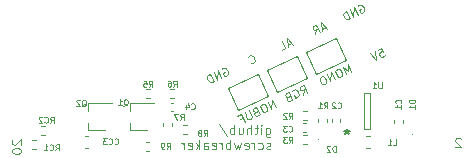
<source format=gbr>
%TF.GenerationSoftware,KiCad,Pcbnew,6.0.11-2627ca5db0~126~ubuntu20.04.1*%
%TF.CreationDate,2023-08-10T10:55:21+02:00*%
%TF.ProjectId,ScartPCB,53636172-7450-4434-922e-6b696361645f,2.0*%
%TF.SameCoordinates,PX76bb820PY7641700*%
%TF.FileFunction,Legend,Bot*%
%TF.FilePolarity,Positive*%
%FSLAX46Y46*%
G04 Gerber Fmt 4.6, Leading zero omitted, Abs format (unit mm)*
G04 Created by KiCad (PCBNEW 6.0.11-2627ca5db0~126~ubuntu20.04.1) date 2023-08-10 10:55:21*
%MOMM*%
%LPD*%
G01*
G04 APERTURE LIST*
%ADD10C,0.100000*%
%ADD11C,0.150000*%
%ADD12C,0.120000*%
G04 APERTURE END LIST*
D10*
X487095Y6093124D02*
X449000Y6055029D01*
X410904Y5978839D01*
X410904Y5788362D01*
X449000Y5712172D01*
X487095Y5674077D01*
X563285Y5635981D01*
X639476Y5635981D01*
X753761Y5674077D01*
X1210904Y6131220D01*
X1210904Y5635981D01*
X410904Y5140743D02*
X410904Y5064553D01*
X449000Y4988362D01*
X487095Y4950267D01*
X563285Y4912172D01*
X715666Y4874077D01*
X906142Y4874077D01*
X1058523Y4912172D01*
X1134714Y4950267D01*
X1172809Y4988362D01*
X1210904Y5064553D01*
X1210904Y5140743D01*
X1172809Y5216934D01*
X1134714Y5255029D01*
X1058523Y5293124D01*
X906142Y5331220D01*
X715666Y5331220D01*
X563285Y5293124D01*
X487095Y5255029D01*
X449000Y5216934D01*
X410904Y5140743D01*
X21916866Y7061029D02*
X21916866Y6413410D01*
X21954961Y6337220D01*
X21993057Y6299124D01*
X22069247Y6261029D01*
X22183533Y6261029D01*
X22259723Y6299124D01*
X21916866Y6565791D02*
X21993057Y6527696D01*
X22145438Y6527696D01*
X22221628Y6565791D01*
X22259723Y6603886D01*
X22297819Y6680077D01*
X22297819Y6908648D01*
X22259723Y6984839D01*
X22221628Y7022934D01*
X22145438Y7061029D01*
X21993057Y7061029D01*
X21916866Y7022934D01*
X21535914Y6527696D02*
X21535914Y7061029D01*
X21535914Y7327696D02*
X21574009Y7289600D01*
X21535914Y7251505D01*
X21497819Y7289600D01*
X21535914Y7327696D01*
X21535914Y7251505D01*
X21269247Y7061029D02*
X20964485Y7061029D01*
X21154961Y7327696D02*
X21154961Y6641981D01*
X21116866Y6565791D01*
X21040676Y6527696D01*
X20964485Y6527696D01*
X20697819Y6527696D02*
X20697819Y7327696D01*
X20354961Y6527696D02*
X20354961Y6946743D01*
X20393057Y7022934D01*
X20469247Y7061029D01*
X20583533Y7061029D01*
X20659723Y7022934D01*
X20697819Y6984839D01*
X19631152Y7061029D02*
X19631152Y6527696D01*
X19974009Y7061029D02*
X19974009Y6641981D01*
X19935914Y6565791D01*
X19859723Y6527696D01*
X19745438Y6527696D01*
X19669247Y6565791D01*
X19631152Y6603886D01*
X19250200Y6527696D02*
X19250200Y7327696D01*
X19250200Y7022934D02*
X19174009Y7061029D01*
X19021628Y7061029D01*
X18945438Y7022934D01*
X18907342Y6984839D01*
X18869247Y6908648D01*
X18869247Y6680077D01*
X18907342Y6603886D01*
X18945438Y6565791D01*
X19021628Y6527696D01*
X19174009Y6527696D01*
X19250200Y6565791D01*
X17954961Y7365791D02*
X18640676Y6337220D01*
X22297819Y5277791D02*
X22221628Y5239696D01*
X22069247Y5239696D01*
X21993057Y5277791D01*
X21954961Y5353981D01*
X21954961Y5392077D01*
X21993057Y5468267D01*
X22069247Y5506362D01*
X22183533Y5506362D01*
X22259723Y5544458D01*
X22297819Y5620648D01*
X22297819Y5658743D01*
X22259723Y5734934D01*
X22183533Y5773029D01*
X22069247Y5773029D01*
X21993057Y5734934D01*
X21269247Y5277791D02*
X21345438Y5239696D01*
X21497819Y5239696D01*
X21574009Y5277791D01*
X21612104Y5315886D01*
X21650200Y5392077D01*
X21650200Y5620648D01*
X21612104Y5696839D01*
X21574009Y5734934D01*
X21497819Y5773029D01*
X21345438Y5773029D01*
X21269247Y5734934D01*
X20926390Y5239696D02*
X20926390Y5773029D01*
X20926390Y5620648D02*
X20888295Y5696839D01*
X20850200Y5734934D01*
X20774009Y5773029D01*
X20697819Y5773029D01*
X20126390Y5277791D02*
X20202580Y5239696D01*
X20354961Y5239696D01*
X20431152Y5277791D01*
X20469247Y5353981D01*
X20469247Y5658743D01*
X20431152Y5734934D01*
X20354961Y5773029D01*
X20202580Y5773029D01*
X20126390Y5734934D01*
X20088295Y5658743D01*
X20088295Y5582553D01*
X20469247Y5506362D01*
X19821628Y5773029D02*
X19669247Y5239696D01*
X19516866Y5620648D01*
X19364485Y5239696D01*
X19212104Y5773029D01*
X18907342Y5239696D02*
X18907342Y6039696D01*
X18907342Y5734934D02*
X18831152Y5773029D01*
X18678771Y5773029D01*
X18602580Y5734934D01*
X18564485Y5696839D01*
X18526390Y5620648D01*
X18526390Y5392077D01*
X18564485Y5315886D01*
X18602580Y5277791D01*
X18678771Y5239696D01*
X18831152Y5239696D01*
X18907342Y5277791D01*
X18183533Y5239696D02*
X18183533Y5773029D01*
X18183533Y5620648D02*
X18145438Y5696839D01*
X18107342Y5734934D01*
X18031152Y5773029D01*
X17954961Y5773029D01*
X17383533Y5277791D02*
X17459723Y5239696D01*
X17612104Y5239696D01*
X17688295Y5277791D01*
X17726390Y5353981D01*
X17726390Y5658743D01*
X17688295Y5734934D01*
X17612104Y5773029D01*
X17459723Y5773029D01*
X17383533Y5734934D01*
X17345438Y5658743D01*
X17345438Y5582553D01*
X17726390Y5506362D01*
X16659723Y5239696D02*
X16659723Y5658743D01*
X16697819Y5734934D01*
X16774009Y5773029D01*
X16926390Y5773029D01*
X17002580Y5734934D01*
X16659723Y5277791D02*
X16735914Y5239696D01*
X16926390Y5239696D01*
X17002580Y5277791D01*
X17040676Y5353981D01*
X17040676Y5430172D01*
X17002580Y5506362D01*
X16926390Y5544458D01*
X16735914Y5544458D01*
X16659723Y5582553D01*
X16278771Y5239696D02*
X16278771Y6039696D01*
X16202580Y5544458D02*
X15974009Y5239696D01*
X15974009Y5773029D02*
X16278771Y5468267D01*
X15326390Y5277791D02*
X15402580Y5239696D01*
X15554961Y5239696D01*
X15631152Y5277791D01*
X15669247Y5353981D01*
X15669247Y5658743D01*
X15631152Y5734934D01*
X15554961Y5773029D01*
X15402580Y5773029D01*
X15326390Y5734934D01*
X15288295Y5658743D01*
X15288295Y5582553D01*
X15669247Y5506362D01*
X14945438Y5239696D02*
X14945438Y5773029D01*
X14945438Y5620648D02*
X14907342Y5696839D01*
X14869247Y5734934D01*
X14793057Y5773029D01*
X14716866Y5773029D01*
X22737816Y8812149D02*
X22441983Y9446564D01*
X22375293Y8643101D01*
X22079460Y9277517D01*
X21656516Y9080295D02*
X21535675Y9023946D01*
X21489342Y8965561D01*
X21457096Y8876966D01*
X21483235Y8742038D01*
X21581846Y8530566D01*
X21668405Y8423812D01*
X21757000Y8391566D01*
X21831508Y8389530D01*
X21952349Y8445879D01*
X21998682Y8504264D01*
X22030928Y8592859D01*
X22004790Y8727788D01*
X21906179Y8939259D01*
X21819619Y9046013D01*
X21731024Y9078259D01*
X21656516Y9080295D01*
X21042133Y8426010D02*
X20965589Y8353538D01*
X20949466Y8309241D01*
X20947430Y8234733D01*
X20989692Y8144102D01*
X21048077Y8097769D01*
X21092375Y8081646D01*
X21166882Y8079610D01*
X21408565Y8192308D01*
X21112732Y8826724D01*
X20901260Y8728113D01*
X20854927Y8669728D01*
X20838804Y8625431D01*
X20836768Y8550923D01*
X20864943Y8490502D01*
X20923327Y8444169D01*
X20967625Y8428046D01*
X21042133Y8426010D01*
X21253604Y8524621D01*
X20478316Y8530891D02*
X20717800Y8017317D01*
X20715764Y7942809D01*
X20699641Y7898511D01*
X20653308Y7840127D01*
X20532467Y7783778D01*
X20457959Y7785813D01*
X20413662Y7801936D01*
X20355277Y7848269D01*
X20115793Y8361844D01*
X19743092Y7820258D02*
X19954563Y7918869D01*
X20109523Y7586556D02*
X19813691Y8220971D01*
X19511588Y8080098D01*
X31389437Y13659768D02*
X31691539Y13800640D01*
X31862622Y13512625D01*
X31818325Y13528748D01*
X31743817Y13530784D01*
X31592766Y13460347D01*
X31546433Y13401963D01*
X31530310Y13357665D01*
X31528274Y13283157D01*
X31598710Y13132106D01*
X31657095Y13085773D01*
X31701393Y13069650D01*
X31775900Y13067614D01*
X31926952Y13138050D01*
X31973285Y13196435D01*
X31989408Y13240733D01*
X31177965Y13561157D02*
X31262326Y12828130D01*
X30755021Y13363935D01*
X18177047Y12046005D02*
X18223381Y12104389D01*
X18314011Y12146651D01*
X18418729Y12158703D01*
X18507324Y12126457D01*
X18565709Y12080124D01*
X18652269Y11973370D01*
X18694530Y11882739D01*
X18720669Y11747811D01*
X18718634Y11673303D01*
X18686388Y11584708D01*
X18609844Y11512236D01*
X18549424Y11484061D01*
X18444705Y11472010D01*
X18400408Y11488133D01*
X18301797Y11699605D01*
X18422638Y11755954D01*
X18156690Y11300927D02*
X17860857Y11935342D01*
X17794167Y11131879D01*
X17498334Y11766295D01*
X17492064Y10991007D02*
X17196232Y11625422D01*
X17045180Y11554986D01*
X16968637Y11482514D01*
X16936391Y11393919D01*
X16934355Y11319411D01*
X16960494Y11184482D01*
X17002756Y11093852D01*
X17089315Y10987098D01*
X17147700Y10940765D01*
X17236295Y10908519D01*
X17341013Y10920570D01*
X17492064Y10991007D01*
X25042877Y9871269D02*
X25113476Y10271982D01*
X25405400Y10040316D02*
X25109568Y10674731D01*
X24867886Y10562033D01*
X24821552Y10503648D01*
X24805429Y10459351D01*
X24803394Y10384843D01*
X24845656Y10294212D01*
X24904040Y10247879D01*
X24948338Y10231756D01*
X25022846Y10229720D01*
X25264528Y10342418D01*
X24156927Y10193728D02*
X24203260Y10252113D01*
X24293891Y10294375D01*
X24398609Y10306426D01*
X24487204Y10274180D01*
X24545589Y10227847D01*
X24632148Y10121093D01*
X24674410Y10030463D01*
X24700549Y9895534D01*
X24698513Y9821027D01*
X24666267Y9732431D01*
X24589723Y9659959D01*
X24529303Y9631785D01*
X24424585Y9619733D01*
X24380287Y9635856D01*
X24281676Y9847328D01*
X24402517Y9903677D01*
X23770138Y9682352D02*
X23693594Y9609880D01*
X23677471Y9565583D01*
X23675436Y9491075D01*
X23717697Y9400444D01*
X23776082Y9354111D01*
X23820380Y9337988D01*
X23894888Y9335952D01*
X24136570Y9448650D01*
X23840737Y10083066D01*
X23629265Y9984455D01*
X23582932Y9926070D01*
X23566809Y9881772D01*
X23564773Y9807265D01*
X23592948Y9746844D01*
X23651332Y9700511D01*
X23695630Y9684388D01*
X23770138Y9682352D01*
X23981610Y9780963D01*
X29708647Y17380005D02*
X29754981Y17438389D01*
X29845611Y17480651D01*
X29950329Y17492703D01*
X30038924Y17460457D01*
X30097309Y17414124D01*
X30183869Y17307370D01*
X30226130Y17216739D01*
X30252269Y17081811D01*
X30250234Y17007303D01*
X30217988Y16918708D01*
X30141444Y16846236D01*
X30081024Y16818061D01*
X29976305Y16806010D01*
X29932008Y16822133D01*
X29833397Y17033605D01*
X29954238Y17089954D01*
X29688290Y16634927D02*
X29392457Y17269342D01*
X29325767Y16465879D01*
X29029934Y17100295D01*
X29023664Y16325007D02*
X28727832Y16959422D01*
X28576780Y16888986D01*
X28500237Y16816514D01*
X28467991Y16727919D01*
X28465955Y16653411D01*
X28492094Y16518482D01*
X28534356Y16427852D01*
X28620915Y16321098D01*
X28679300Y16274765D01*
X28767895Y16242519D01*
X28872613Y16254570D01*
X29023664Y16325007D01*
X20646487Y12531456D02*
X20690785Y12515333D01*
X20795503Y12527385D01*
X20855923Y12555559D01*
X20932467Y12628031D01*
X20964713Y12716627D01*
X20966749Y12791134D01*
X20940610Y12926063D01*
X20898348Y13016693D01*
X20811789Y13123447D01*
X20753404Y13169780D01*
X20664809Y13202026D01*
X20560091Y13189975D01*
X20499670Y13161800D01*
X20423127Y13089328D01*
X20407004Y13045031D01*
X24064543Y14254843D02*
X23762441Y14113970D01*
X24209488Y14101756D02*
X23702183Y14637560D01*
X23786544Y13904534D01*
X23272970Y13665050D02*
X23575072Y13805923D01*
X23279239Y14440338D01*
X26969764Y15603817D02*
X26667661Y15462945D01*
X27114708Y15450730D02*
X26607404Y15986535D01*
X26691765Y15253508D01*
X26117770Y14985850D02*
X26188369Y15386564D01*
X26480293Y15154898D02*
X26184460Y15789313D01*
X25942778Y15676615D01*
X25896445Y15618230D01*
X25880322Y15573932D01*
X25878286Y15499425D01*
X25920548Y15408794D01*
X25978933Y15362461D01*
X26023230Y15346338D01*
X26097738Y15344302D01*
X26339420Y15457000D01*
X38415571Y6124905D02*
X38377476Y6163000D01*
X38301285Y6201096D01*
X38110809Y6201096D01*
X38034619Y6163000D01*
X37996523Y6124905D01*
X37958428Y6048715D01*
X37958428Y5972524D01*
X37996523Y5858239D01*
X38453666Y5401096D01*
X37958428Y5401096D01*
X29140639Y11805294D02*
X28844806Y12439710D01*
X28844644Y11887945D01*
X28421863Y12242488D01*
X28717695Y11608072D01*
X27998919Y12045266D02*
X27878078Y11988917D01*
X27831745Y11930532D01*
X27799499Y11841937D01*
X27825638Y11707008D01*
X27924248Y11495537D01*
X28010808Y11388783D01*
X28099403Y11356537D01*
X28173911Y11354501D01*
X28294752Y11410850D01*
X28341085Y11469235D01*
X28373331Y11557830D01*
X28347192Y11692759D01*
X28248581Y11904230D01*
X28162022Y12010984D01*
X28073427Y12043230D01*
X27998919Y12045266D01*
X27750967Y11157279D02*
X27455134Y11791695D01*
X27388444Y10988232D01*
X27092611Y11622648D01*
X26669668Y11425426D02*
X26548826Y11369077D01*
X26502493Y11310692D01*
X26470247Y11222097D01*
X26496386Y11087168D01*
X26594997Y10875697D01*
X26681556Y10768943D01*
X26770151Y10736697D01*
X26844659Y10734661D01*
X26965500Y10791010D01*
X27011834Y10849395D01*
X27044080Y10937990D01*
X27017941Y11072918D01*
X26919330Y11284390D01*
X26832770Y11391144D01*
X26744175Y11423390D01*
X26669668Y11425426D01*
%TO.C,C3*%
X23843133Y6778229D02*
X23866942Y6754420D01*
X23938371Y6730610D01*
X23985990Y6730610D01*
X24057419Y6754420D01*
X24105038Y6802039D01*
X24128847Y6849658D01*
X24152657Y6944896D01*
X24152657Y7016324D01*
X24128847Y7111562D01*
X24105038Y7159181D01*
X24057419Y7206800D01*
X23985990Y7230610D01*
X23938371Y7230610D01*
X23866942Y7206800D01*
X23843133Y7182991D01*
X23676466Y7230610D02*
X23366942Y7230610D01*
X23533609Y7040134D01*
X23462180Y7040134D01*
X23414561Y7016324D01*
X23390752Y6992515D01*
X23366942Y6944896D01*
X23366942Y6825848D01*
X23390752Y6778229D01*
X23414561Y6754420D01*
X23462180Y6730610D01*
X23605038Y6730610D01*
X23652657Y6754420D01*
X23676466Y6778229D01*
%TO.C,RC2*%
X3671533Y7492610D02*
X3838200Y7730705D01*
X3957247Y7492610D02*
X3957247Y7992610D01*
X3766771Y7992610D01*
X3719152Y7968800D01*
X3695342Y7944991D01*
X3671533Y7897372D01*
X3671533Y7825943D01*
X3695342Y7778324D01*
X3719152Y7754515D01*
X3766771Y7730705D01*
X3957247Y7730705D01*
X3171533Y7540229D02*
X3195342Y7516420D01*
X3266771Y7492610D01*
X3314390Y7492610D01*
X3385819Y7516420D01*
X3433438Y7564039D01*
X3457247Y7611658D01*
X3481057Y7706896D01*
X3481057Y7778324D01*
X3457247Y7873562D01*
X3433438Y7921181D01*
X3385819Y7968800D01*
X3314390Y7992610D01*
X3266771Y7992610D01*
X3195342Y7968800D01*
X3171533Y7944991D01*
X2981057Y7944991D02*
X2957247Y7968800D01*
X2909628Y7992610D01*
X2790580Y7992610D01*
X2742961Y7968800D01*
X2719152Y7944991D01*
X2695342Y7897372D01*
X2695342Y7849753D01*
X2719152Y7778324D01*
X3004866Y7492610D01*
X2695342Y7492610D01*
%TO.C,L1*%
X32682333Y5597811D02*
X32920428Y5597811D01*
X32920428Y6097811D01*
X32253761Y5597811D02*
X32539476Y5597811D01*
X32396619Y5597811D02*
X32396619Y6097811D01*
X32444238Y6026382D01*
X32491857Y5978763D01*
X32539476Y5954954D01*
%TO.C,R9*%
X13505333Y5282810D02*
X13672000Y5520905D01*
X13791047Y5282810D02*
X13791047Y5782810D01*
X13600571Y5782810D01*
X13552952Y5759000D01*
X13529142Y5735191D01*
X13505333Y5687572D01*
X13505333Y5616143D01*
X13529142Y5568524D01*
X13552952Y5544715D01*
X13600571Y5520905D01*
X13791047Y5520905D01*
X13267238Y5282810D02*
X13172000Y5282810D01*
X13124380Y5306620D01*
X13100571Y5330429D01*
X13052952Y5401858D01*
X13029142Y5497096D01*
X13029142Y5687572D01*
X13052952Y5735191D01*
X13076761Y5759000D01*
X13124380Y5782810D01*
X13219619Y5782810D01*
X13267238Y5759000D01*
X13291047Y5735191D01*
X13314857Y5687572D01*
X13314857Y5568524D01*
X13291047Y5520905D01*
X13267238Y5497096D01*
X13219619Y5473286D01*
X13124380Y5473286D01*
X13076761Y5497096D01*
X13052952Y5520905D01*
X13029142Y5568524D01*
%TO.C,R2*%
X23868533Y7822810D02*
X24035200Y8060905D01*
X24154247Y7822810D02*
X24154247Y8322810D01*
X23963771Y8322810D01*
X23916152Y8299000D01*
X23892342Y8275191D01*
X23868533Y8227572D01*
X23868533Y8156143D01*
X23892342Y8108524D01*
X23916152Y8084715D01*
X23963771Y8060905D01*
X24154247Y8060905D01*
X23678057Y8275191D02*
X23654247Y8299000D01*
X23606628Y8322810D01*
X23487580Y8322810D01*
X23439961Y8299000D01*
X23416152Y8275191D01*
X23392342Y8227572D01*
X23392342Y8179953D01*
X23416152Y8108524D01*
X23701866Y7822810D01*
X23392342Y7822810D01*
%TO.C,R8*%
X16654933Y6375010D02*
X16821600Y6613105D01*
X16940647Y6375010D02*
X16940647Y6875010D01*
X16750171Y6875010D01*
X16702552Y6851200D01*
X16678742Y6827391D01*
X16654933Y6779772D01*
X16654933Y6708343D01*
X16678742Y6660724D01*
X16702552Y6636915D01*
X16750171Y6613105D01*
X16940647Y6613105D01*
X16369219Y6660724D02*
X16416838Y6684534D01*
X16440647Y6708343D01*
X16464457Y6755962D01*
X16464457Y6779772D01*
X16440647Y6827391D01*
X16416838Y6851200D01*
X16369219Y6875010D01*
X16273980Y6875010D01*
X16226361Y6851200D01*
X16202552Y6827391D01*
X16178742Y6779772D01*
X16178742Y6755962D01*
X16202552Y6708343D01*
X16226361Y6684534D01*
X16273980Y6660724D01*
X16369219Y6660724D01*
X16416838Y6636915D01*
X16440647Y6613105D01*
X16464457Y6565486D01*
X16464457Y6470248D01*
X16440647Y6422629D01*
X16416838Y6398820D01*
X16369219Y6375010D01*
X16273980Y6375010D01*
X16226361Y6398820D01*
X16202552Y6422629D01*
X16178742Y6470248D01*
X16178742Y6565486D01*
X16202552Y6613105D01*
X16226361Y6636915D01*
X16273980Y6660724D01*
%TO.C,R7*%
X14673733Y7746610D02*
X14840400Y7984705D01*
X14959447Y7746610D02*
X14959447Y8246610D01*
X14768971Y8246610D01*
X14721352Y8222800D01*
X14697542Y8198991D01*
X14673733Y8151372D01*
X14673733Y8079943D01*
X14697542Y8032324D01*
X14721352Y8008515D01*
X14768971Y7984705D01*
X14959447Y7984705D01*
X14507066Y8246610D02*
X14173733Y8246610D01*
X14388019Y7746610D01*
%TO.C,D2*%
X27837247Y5028810D02*
X27837247Y5528810D01*
X27718200Y5528810D01*
X27646771Y5505000D01*
X27599152Y5457381D01*
X27575342Y5409762D01*
X27551533Y5314524D01*
X27551533Y5243096D01*
X27575342Y5147858D01*
X27599152Y5100239D01*
X27646771Y5052620D01*
X27718200Y5028810D01*
X27837247Y5028810D01*
X27361057Y5481191D02*
X27337247Y5505000D01*
X27289628Y5528810D01*
X27170580Y5528810D01*
X27122961Y5505000D01*
X27099152Y5481191D01*
X27075342Y5433572D01*
X27075342Y5385953D01*
X27099152Y5314524D01*
X27384866Y5028810D01*
X27075342Y5028810D01*
%TO.C,R1*%
X26840333Y8711810D02*
X27007000Y8949905D01*
X27126047Y8711810D02*
X27126047Y9211810D01*
X26935571Y9211810D01*
X26887952Y9188000D01*
X26864142Y9164191D01*
X26840333Y9116572D01*
X26840333Y9045143D01*
X26864142Y8997524D01*
X26887952Y8973715D01*
X26935571Y8949905D01*
X27126047Y8949905D01*
X26364142Y8711810D02*
X26649857Y8711810D01*
X26507000Y8711810D02*
X26507000Y9211810D01*
X26554619Y9140381D01*
X26602238Y9092762D01*
X26649857Y9068953D01*
%TO.C,R6*%
X14069733Y10550610D02*
X14236400Y10788705D01*
X14355447Y10550610D02*
X14355447Y11050610D01*
X14164971Y11050610D01*
X14117352Y11026800D01*
X14093542Y11002991D01*
X14069733Y10955372D01*
X14069733Y10883943D01*
X14093542Y10836324D01*
X14117352Y10812515D01*
X14164971Y10788705D01*
X14355447Y10788705D01*
X13641161Y11050610D02*
X13736400Y11050610D01*
X13784019Y11026800D01*
X13807828Y11002991D01*
X13855447Y10931562D01*
X13879257Y10836324D01*
X13879257Y10645848D01*
X13855447Y10598229D01*
X13831638Y10574420D01*
X13784019Y10550610D01*
X13688780Y10550610D01*
X13641161Y10574420D01*
X13617352Y10598229D01*
X13593542Y10645848D01*
X13593542Y10764896D01*
X13617352Y10812515D01*
X13641161Y10836324D01*
X13688780Y10860134D01*
X13784019Y10860134D01*
X13831638Y10836324D01*
X13855447Y10812515D01*
X13879257Y10764896D01*
%TO.C,CC3*%
X9107133Y5711429D02*
X9130942Y5687620D01*
X9202371Y5663810D01*
X9249990Y5663810D01*
X9321419Y5687620D01*
X9369038Y5735239D01*
X9392847Y5782858D01*
X9416657Y5878096D01*
X9416657Y5949524D01*
X9392847Y6044762D01*
X9369038Y6092381D01*
X9321419Y6140000D01*
X9249990Y6163810D01*
X9202371Y6163810D01*
X9130942Y6140000D01*
X9107133Y6116191D01*
X8607133Y5711429D02*
X8630942Y5687620D01*
X8702371Y5663810D01*
X8749990Y5663810D01*
X8821419Y5687620D01*
X8869038Y5735239D01*
X8892847Y5782858D01*
X8916657Y5878096D01*
X8916657Y5949524D01*
X8892847Y6044762D01*
X8869038Y6092381D01*
X8821419Y6140000D01*
X8749990Y6163810D01*
X8702371Y6163810D01*
X8630942Y6140000D01*
X8607133Y6116191D01*
X8440466Y6163810D02*
X8130942Y6163810D01*
X8297609Y5973334D01*
X8226180Y5973334D01*
X8178561Y5949524D01*
X8154752Y5925715D01*
X8130942Y5878096D01*
X8130942Y5759048D01*
X8154752Y5711429D01*
X8178561Y5687620D01*
X8226180Y5663810D01*
X8369038Y5663810D01*
X8416657Y5687620D01*
X8440466Y5711429D01*
%TO.C,Q1*%
X9862819Y8918191D02*
X9910438Y8942000D01*
X9958057Y8989620D01*
X10029485Y9061048D01*
X10077104Y9084858D01*
X10124723Y9084858D01*
X10100914Y8965810D02*
X10148533Y8989620D01*
X10196152Y9037239D01*
X10219961Y9132477D01*
X10219961Y9299143D01*
X10196152Y9394381D01*
X10148533Y9442000D01*
X10100914Y9465810D01*
X10005676Y9465810D01*
X9958057Y9442000D01*
X9910438Y9394381D01*
X9886628Y9299143D01*
X9886628Y9132477D01*
X9910438Y9037239D01*
X9958057Y8989620D01*
X10005676Y8965810D01*
X10100914Y8965810D01*
X9410438Y8965810D02*
X9696152Y8965810D01*
X9553295Y8965810D02*
X9553295Y9465810D01*
X9600914Y9394381D01*
X9648533Y9346762D01*
X9696152Y9322953D01*
%TO.C,C1*%
X33342571Y9148334D02*
X33366380Y9172143D01*
X33390190Y9243572D01*
X33390190Y9291191D01*
X33366380Y9362620D01*
X33318761Y9410239D01*
X33271142Y9434048D01*
X33175904Y9457858D01*
X33104476Y9457858D01*
X33009238Y9434048D01*
X32961619Y9410239D01*
X32914000Y9362620D01*
X32890190Y9291191D01*
X32890190Y9243572D01*
X32914000Y9172143D01*
X32937809Y9148334D01*
X33390190Y8672143D02*
X33390190Y8957858D01*
X33390190Y8815000D02*
X32890190Y8815000D01*
X32961619Y8862620D01*
X33009238Y8910239D01*
X33033047Y8957858D01*
%TO.C,D1*%
X34533190Y9434048D02*
X34033190Y9434048D01*
X34033190Y9315000D01*
X34057000Y9243572D01*
X34104619Y9195953D01*
X34152238Y9172143D01*
X34247476Y9148334D01*
X34318904Y9148334D01*
X34414142Y9172143D01*
X34461761Y9195953D01*
X34509380Y9243572D01*
X34533190Y9315000D01*
X34533190Y9434048D01*
X34533190Y8672143D02*
X34533190Y8957858D01*
X34533190Y8815000D02*
X34033190Y8815000D01*
X34104619Y8862620D01*
X34152238Y8910239D01*
X34176047Y8957858D01*
%TO.C,Q2*%
X6332219Y8892791D02*
X6379838Y8916600D01*
X6427457Y8964220D01*
X6498885Y9035648D01*
X6546504Y9059458D01*
X6594123Y9059458D01*
X6570314Y8940410D02*
X6617933Y8964220D01*
X6665552Y9011839D01*
X6689361Y9107077D01*
X6689361Y9273743D01*
X6665552Y9368981D01*
X6617933Y9416600D01*
X6570314Y9440410D01*
X6475076Y9440410D01*
X6427457Y9416600D01*
X6379838Y9368981D01*
X6356028Y9273743D01*
X6356028Y9107077D01*
X6379838Y9011839D01*
X6427457Y8964220D01*
X6475076Y8940410D01*
X6570314Y8940410D01*
X6165552Y9392791D02*
X6141742Y9416600D01*
X6094123Y9440410D01*
X5975076Y9440410D01*
X5927457Y9416600D01*
X5903647Y9392791D01*
X5879838Y9345172D01*
X5879838Y9297553D01*
X5903647Y9226124D01*
X6189361Y8940410D01*
X5879838Y8940410D01*
%TO.C,R3*%
X23868533Y5790810D02*
X24035200Y6028905D01*
X24154247Y5790810D02*
X24154247Y6290810D01*
X23963771Y6290810D01*
X23916152Y6267000D01*
X23892342Y6243191D01*
X23868533Y6195572D01*
X23868533Y6124143D01*
X23892342Y6076524D01*
X23916152Y6052715D01*
X23963771Y6028905D01*
X24154247Y6028905D01*
X23701866Y6290810D02*
X23392342Y6290810D01*
X23559009Y6100334D01*
X23487580Y6100334D01*
X23439961Y6076524D01*
X23416152Y6052715D01*
X23392342Y6005096D01*
X23392342Y5886048D01*
X23416152Y5838429D01*
X23439961Y5814620D01*
X23487580Y5790810D01*
X23630438Y5790810D01*
X23678057Y5814620D01*
X23701866Y5838429D01*
%TO.C,R5*%
X12012333Y10525210D02*
X12179000Y10763305D01*
X12298047Y10525210D02*
X12298047Y11025210D01*
X12107571Y11025210D01*
X12059952Y11001400D01*
X12036142Y10977591D01*
X12012333Y10929972D01*
X12012333Y10858543D01*
X12036142Y10810924D01*
X12059952Y10787115D01*
X12107571Y10763305D01*
X12298047Y10763305D01*
X11559952Y11025210D02*
X11798047Y11025210D01*
X11821857Y10787115D01*
X11798047Y10810924D01*
X11750428Y10834734D01*
X11631380Y10834734D01*
X11583761Y10810924D01*
X11559952Y10787115D01*
X11536142Y10739496D01*
X11536142Y10620448D01*
X11559952Y10572829D01*
X11583761Y10549020D01*
X11631380Y10525210D01*
X11750428Y10525210D01*
X11798047Y10549020D01*
X11821857Y10572829D01*
%TO.C,U1*%
X31735352Y10913610D02*
X31735352Y10508848D01*
X31711542Y10461229D01*
X31687733Y10437420D01*
X31640114Y10413610D01*
X31544876Y10413610D01*
X31497257Y10437420D01*
X31473447Y10461229D01*
X31449638Y10508848D01*
X31449638Y10913610D01*
X30949638Y10413610D02*
X31235352Y10413610D01*
X31092495Y10413610D02*
X31092495Y10913610D01*
X31140114Y10842181D01*
X31187733Y10794562D01*
X31235352Y10770753D01*
D11*
X28789000Y6945620D02*
X28789000Y6707524D01*
X29027095Y6802762D02*
X28789000Y6707524D01*
X28550904Y6802762D01*
X28931857Y6517048D02*
X28789000Y6707524D01*
X28646142Y6517048D01*
D10*
%TO.C,C4*%
X15593733Y8683229D02*
X15617542Y8659420D01*
X15688971Y8635610D01*
X15736590Y8635610D01*
X15808019Y8659420D01*
X15855638Y8707039D01*
X15879447Y8754658D01*
X15903257Y8849896D01*
X15903257Y8921324D01*
X15879447Y9016562D01*
X15855638Y9064181D01*
X15808019Y9111800D01*
X15736590Y9135610D01*
X15688971Y9135610D01*
X15617542Y9111800D01*
X15593733Y9087991D01*
X15165161Y8968943D02*
X15165161Y8635610D01*
X15284209Y9159420D02*
X15403257Y8802277D01*
X15093733Y8802277D01*
%TO.C,C2*%
X27983333Y8759429D02*
X28007142Y8735620D01*
X28078571Y8711810D01*
X28126190Y8711810D01*
X28197619Y8735620D01*
X28245238Y8783239D01*
X28269047Y8830858D01*
X28292857Y8926096D01*
X28292857Y8997524D01*
X28269047Y9092762D01*
X28245238Y9140381D01*
X28197619Y9188000D01*
X28126190Y9211810D01*
X28078571Y9211810D01*
X28007142Y9188000D01*
X27983333Y9164191D01*
X27792857Y9164191D02*
X27769047Y9188000D01*
X27721428Y9211810D01*
X27602380Y9211810D01*
X27554761Y9188000D01*
X27530952Y9164191D01*
X27507142Y9116572D01*
X27507142Y9068953D01*
X27530952Y8997524D01*
X27816666Y8711810D01*
X27507142Y8711810D01*
%TO.C,RC1*%
X4103333Y5155810D02*
X4270000Y5393905D01*
X4389047Y5155810D02*
X4389047Y5655810D01*
X4198571Y5655810D01*
X4150952Y5632000D01*
X4127142Y5608191D01*
X4103333Y5560572D01*
X4103333Y5489143D01*
X4127142Y5441524D01*
X4150952Y5417715D01*
X4198571Y5393905D01*
X4389047Y5393905D01*
X3603333Y5203429D02*
X3627142Y5179620D01*
X3698571Y5155810D01*
X3746190Y5155810D01*
X3817619Y5179620D01*
X3865238Y5227239D01*
X3889047Y5274858D01*
X3912857Y5370096D01*
X3912857Y5441524D01*
X3889047Y5536762D01*
X3865238Y5584381D01*
X3817619Y5632000D01*
X3746190Y5655810D01*
X3698571Y5655810D01*
X3627142Y5632000D01*
X3603333Y5608191D01*
X3127142Y5155810D02*
X3412857Y5155810D01*
X3270000Y5155810D02*
X3270000Y5655810D01*
X3317619Y5584381D01*
X3365238Y5536762D01*
X3412857Y5512953D01*
D12*
%TO.C,C3*%
X25292636Y6723800D02*
X25076964Y6723800D01*
X25292636Y7443800D02*
X25076964Y7443800D01*
%TO.C,RC2*%
X2905159Y6475200D02*
X3212441Y6475200D01*
X2905159Y7235200D02*
X3212441Y7235200D01*
%TO.C,L1*%
X30729779Y6334001D02*
X30404221Y6334001D01*
X30729779Y5314001D02*
X30404221Y5314001D01*
%TO.C,R9*%
X12051641Y5889000D02*
X11744359Y5889000D01*
X12051641Y5129000D02*
X11744359Y5129000D01*
%TO.C,R2*%
X25361241Y8505200D02*
X25053959Y8505200D01*
X25361241Y7745200D02*
X25053959Y7745200D01*
%TO.C,R8*%
X14919359Y7260600D02*
X15226641Y7260600D01*
X14919359Y6500600D02*
X15226641Y6500600D01*
%TO.C,R7*%
X13929000Y7184159D02*
X13929000Y7491441D01*
X13169000Y7184159D02*
X13169000Y7491441D01*
D10*
%TO.C,D2*%
X26428200Y6093200D02*
G75*
G03*
X26428200Y6093200I-50000J0D01*
G01*
D12*
%TO.C,JP1*%
X28702449Y12814358D02*
X27857213Y14626973D01*
X26164787Y11631027D02*
X28702449Y12814358D01*
X25319551Y13443642D02*
X26164787Y11631027D01*
X27857213Y14626973D02*
X25319551Y13443642D01*
%TO.C,R1*%
X26328500Y7516359D02*
X26328500Y7823641D01*
X27088500Y7516359D02*
X27088500Y7823641D01*
%TO.C,R6*%
X13832759Y10318600D02*
X14140041Y10318600D01*
X13832759Y9558600D02*
X14140041Y9558600D01*
%TO.C,CC3*%
X6601220Y6400000D02*
X6882380Y6400000D01*
X6601220Y5380000D02*
X6882380Y5380000D01*
%TO.C,Q1*%
X10431400Y9158200D02*
X12461400Y9158200D01*
X10431400Y7498200D02*
X10431400Y6838200D01*
X11841400Y6838200D02*
X10431400Y6838200D01*
X10431400Y9158200D02*
X10431400Y8498200D01*
%TO.C,C1*%
X33524000Y7494165D02*
X33524000Y7709837D01*
X32804000Y7494165D02*
X32804000Y7709837D01*
D10*
%TO.C,D1*%
X34357000Y6512001D02*
G75*
G03*
X34357000Y6512001I-50000J0D01*
G01*
D12*
%TO.C,Q2*%
X8285400Y6838200D02*
X6875400Y6838200D01*
X6875400Y9158200D02*
X8905400Y9158200D01*
X6875400Y7498200D02*
X6875400Y6838200D01*
X6875400Y9158200D02*
X6875400Y8498200D01*
%TO.C,R3*%
X25361241Y5662400D02*
X25053959Y5662400D01*
X25361241Y6422400D02*
X25053959Y6422400D01*
%TO.C,R5*%
X11769759Y9548600D02*
X12077041Y9548600D01*
X11769759Y10308600D02*
X12077041Y10308600D01*
%TO.C,U1*%
X30247000Y10041000D02*
X30247000Y6941002D01*
X30247000Y6941002D02*
X30747000Y6941002D01*
X30747000Y10041000D02*
X30747000Y6941002D01*
X30247000Y10041000D02*
X30747000Y10041000D01*
%TO.C,JP2*%
X25400449Y11290358D02*
X24555213Y13102973D01*
X22862787Y10107027D02*
X25400449Y11290358D01*
X24555213Y13102973D02*
X22017551Y11919642D01*
X22017551Y11919642D02*
X22862787Y10107027D01*
%TO.C,JP3*%
X18715551Y10395642D02*
X19560787Y8583027D01*
X22098449Y9766358D02*
X21253213Y11578973D01*
X19560787Y8583027D02*
X22098449Y9766358D01*
X21253213Y11578973D02*
X18715551Y10395642D01*
%TO.C,C4*%
X14094236Y9198200D02*
X13878564Y9198200D01*
X14094236Y8478200D02*
X13878564Y8478200D01*
%TO.C,C2*%
X27491500Y7562164D02*
X27491500Y7777836D01*
X28211500Y7562164D02*
X28211500Y7777836D01*
%TO.C,RC1*%
X2117759Y6066800D02*
X2425041Y6066800D01*
X2117759Y5306800D02*
X2425041Y5306800D01*
%TD*%
M02*

</source>
